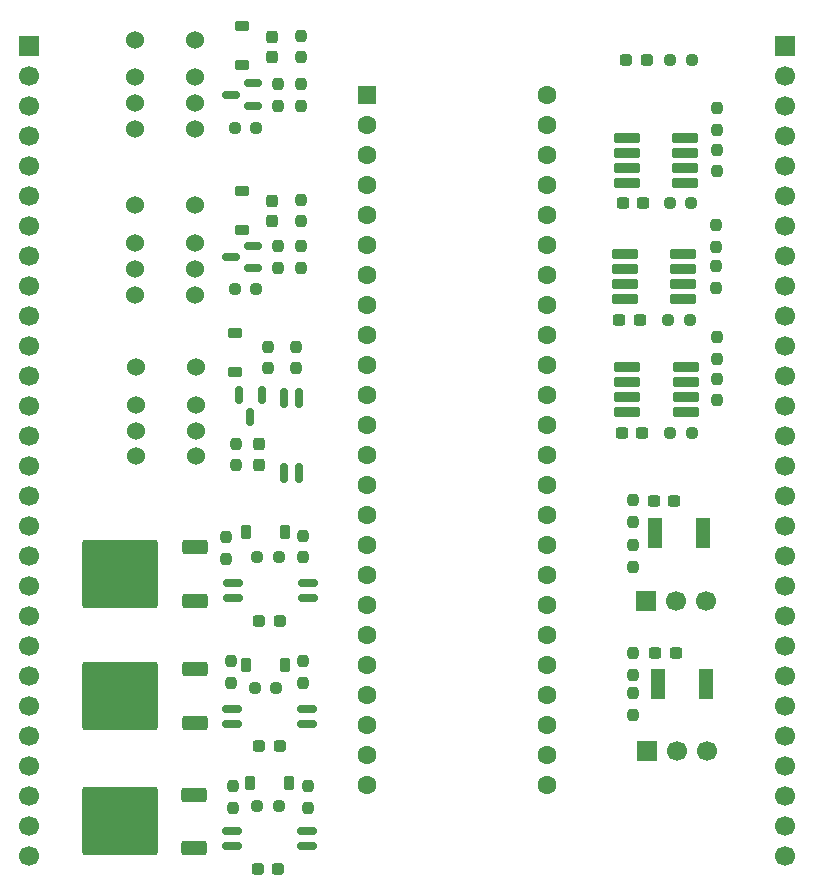
<source format=gbr>
%TF.GenerationSoftware,KiCad,Pcbnew,9.0.2*%
%TF.CreationDate,2025-06-04T20:08:15+07:00*%
%TF.ProjectId,VCU,5643552e-6b69-4636-9164-5f7063625858,rev?*%
%TF.SameCoordinates,Original*%
%TF.FileFunction,Soldermask,Top*%
%TF.FilePolarity,Negative*%
%FSLAX46Y46*%
G04 Gerber Fmt 4.6, Leading zero omitted, Abs format (unit mm)*
G04 Created by KiCad (PCBNEW 9.0.2) date 2025-06-04 20:08:15*
%MOMM*%
%LPD*%
G01*
G04 APERTURE LIST*
G04 Aperture macros list*
%AMRoundRect*
0 Rectangle with rounded corners*
0 $1 Rounding radius*
0 $2 $3 $4 $5 $6 $7 $8 $9 X,Y pos of 4 corners*
0 Add a 4 corners polygon primitive as box body*
4,1,4,$2,$3,$4,$5,$6,$7,$8,$9,$2,$3,0*
0 Add four circle primitives for the rounded corners*
1,1,$1+$1,$2,$3*
1,1,$1+$1,$4,$5*
1,1,$1+$1,$6,$7*
1,1,$1+$1,$8,$9*
0 Add four rect primitives between the rounded corners*
20,1,$1+$1,$2,$3,$4,$5,0*
20,1,$1+$1,$4,$5,$6,$7,0*
20,1,$1+$1,$6,$7,$8,$9,0*
20,1,$1+$1,$8,$9,$2,$3,0*%
G04 Aperture macros list end*
%ADD10C,0.010000*%
%ADD11R,1.600000X1.600000*%
%ADD12C,1.600000*%
%ADD13RoundRect,0.237500X-0.237500X0.250000X-0.237500X-0.250000X0.237500X-0.250000X0.237500X0.250000X0*%
%ADD14R,1.700000X1.700000*%
%ADD15C,1.700000*%
%ADD16RoundRect,0.150000X0.587500X0.150000X-0.587500X0.150000X-0.587500X-0.150000X0.587500X-0.150000X0*%
%ADD17RoundRect,0.250000X0.850000X0.350000X-0.850000X0.350000X-0.850000X-0.350000X0.850000X-0.350000X0*%
%ADD18RoundRect,0.249997X2.950003X2.650003X-2.950003X2.650003X-2.950003X-2.650003X2.950003X-2.650003X0*%
%ADD19RoundRect,0.237500X-0.287500X-0.237500X0.287500X-0.237500X0.287500X0.237500X-0.287500X0.237500X0*%
%ADD20RoundRect,0.150000X0.662500X0.150000X-0.662500X0.150000X-0.662500X-0.150000X0.662500X-0.150000X0*%
%ADD21RoundRect,0.237500X0.300000X0.237500X-0.300000X0.237500X-0.300000X-0.237500X0.300000X-0.237500X0*%
%ADD22RoundRect,0.237500X0.237500X-0.250000X0.237500X0.250000X-0.237500X0.250000X-0.237500X-0.250000X0*%
%ADD23RoundRect,0.225000X-0.375000X0.225000X-0.375000X-0.225000X0.375000X-0.225000X0.375000X0.225000X0*%
%ADD24RoundRect,0.237500X-0.250000X-0.237500X0.250000X-0.237500X0.250000X0.237500X-0.250000X0.237500X0*%
%ADD25RoundRect,0.237500X0.237500X-0.287500X0.237500X0.287500X-0.237500X0.287500X-0.237500X-0.287500X0*%
%ADD26RoundRect,0.100500X-0.986500X-0.301500X0.986500X-0.301500X0.986500X0.301500X-0.986500X0.301500X0*%
%ADD27RoundRect,0.237500X-0.237500X0.287500X-0.237500X-0.287500X0.237500X-0.287500X0.237500X0.287500X0*%
%ADD28RoundRect,0.237500X0.250000X0.237500X-0.250000X0.237500X-0.250000X-0.237500X0.250000X-0.237500X0*%
%ADD29C,1.524000*%
%ADD30RoundRect,0.237500X0.287500X0.237500X-0.287500X0.237500X-0.287500X-0.237500X0.287500X-0.237500X0*%
%ADD31RoundRect,0.150000X-0.150000X0.662500X-0.150000X-0.662500X0.150000X-0.662500X0.150000X0.662500X0*%
%ADD32RoundRect,0.225000X0.225000X0.375000X-0.225000X0.375000X-0.225000X-0.375000X0.225000X-0.375000X0*%
%ADD33RoundRect,0.237500X-0.300000X-0.237500X0.300000X-0.237500X0.300000X0.237500X-0.300000X0.237500X0*%
%ADD34RoundRect,0.150000X-0.150000X0.587500X-0.150000X-0.587500X0.150000X-0.587500X0.150000X0.587500X0*%
G04 APERTURE END LIST*
D10*
%TO.C,U1*%
X133700000Y-131200000D02*
X132597040Y-131200000D01*
X132597040Y-130798640D01*
X133700000Y-130798640D01*
X133700000Y-131200000D01*
G36*
X133700000Y-131200000D02*
G01*
X132597040Y-131200000D01*
X132597040Y-130798640D01*
X133700000Y-130798640D01*
X133700000Y-131200000D01*
G37*
X133700000Y-131700000D02*
X132595920Y-131700000D01*
X132595920Y-131298903D01*
X133700000Y-131298903D01*
X133700000Y-131700000D01*
G36*
X133700000Y-131700000D02*
G01*
X132595920Y-131700000D01*
X132595920Y-131298903D01*
X133700000Y-131298903D01*
X133700000Y-131700000D01*
G37*
X133700000Y-132200000D02*
X132596190Y-132200000D01*
X132596190Y-131799707D01*
X133700000Y-131799707D01*
X133700000Y-132200000D01*
G36*
X133700000Y-132200000D02*
G01*
X132596190Y-132200000D01*
X132596190Y-131799707D01*
X133700000Y-131799707D01*
X133700000Y-132200000D01*
G37*
X133700000Y-132700000D02*
X132596490Y-132700000D01*
X132596490Y-132300405D01*
X133700000Y-132300405D01*
X133700000Y-132700000D01*
G36*
X133700000Y-132700000D02*
G01*
X132596490Y-132700000D01*
X132596490Y-132300405D01*
X133700000Y-132300405D01*
X133700000Y-132700000D01*
G37*
X133700000Y-133200000D02*
X132598400Y-133200000D01*
X132598400Y-132800491D01*
X133700000Y-132800491D01*
X133700000Y-133200000D01*
G36*
X133700000Y-133200000D02*
G01*
X132598400Y-133200000D01*
X132598400Y-132800491D01*
X133700000Y-132800491D01*
X133700000Y-133200000D01*
G37*
X137800000Y-132700000D02*
X136700340Y-132700000D01*
X136700340Y-132300069D01*
X137800000Y-132300069D01*
X137800000Y-132700000D01*
G36*
X137800000Y-132700000D02*
G01*
X136700340Y-132700000D01*
X136700340Y-132300069D01*
X137800000Y-132300069D01*
X137800000Y-132700000D01*
G37*
X137800000Y-131700000D02*
X136700530Y-131700000D01*
X136700530Y-131299752D01*
X137800000Y-131299752D01*
X137800000Y-131700000D01*
G36*
X137800000Y-131700000D02*
G01*
X136700530Y-131700000D01*
X136700530Y-131299752D01*
X137800000Y-131299752D01*
X137800000Y-131700000D01*
G37*
X137800000Y-133200000D02*
X136700660Y-133200000D01*
X136700660Y-132800351D01*
X137800000Y-132800351D01*
X137800000Y-133200000D01*
G36*
X137800000Y-133200000D02*
G01*
X136700660Y-133200000D01*
X136700660Y-132800351D01*
X137800000Y-132800351D01*
X137800000Y-133200000D01*
G37*
X137800000Y-132200000D02*
X136701650Y-132200000D01*
X136701650Y-131799780D01*
X137800000Y-131799780D01*
X137800000Y-132200000D01*
G36*
X137800000Y-132200000D02*
G01*
X136701650Y-132200000D01*
X136701650Y-131799780D01*
X137800000Y-131799780D01*
X137800000Y-132200000D01*
G37*
X137800000Y-131200000D02*
X136702300Y-131200000D01*
X136702300Y-130798160D01*
X137800000Y-130798160D01*
X137800000Y-131200000D01*
G36*
X137800000Y-131200000D02*
G01*
X136702300Y-131200000D01*
X136702300Y-130798160D01*
X137800000Y-130798160D01*
X137800000Y-131200000D01*
G37*
%TO.C,U2*%
X133460000Y-118400000D02*
X132357040Y-118400000D01*
X132357040Y-117998640D01*
X133460000Y-117998640D01*
X133460000Y-118400000D01*
G36*
X133460000Y-118400000D02*
G01*
X132357040Y-118400000D01*
X132357040Y-117998640D01*
X133460000Y-117998640D01*
X133460000Y-118400000D01*
G37*
X133460000Y-118900000D02*
X132355920Y-118900000D01*
X132355920Y-118498903D01*
X133460000Y-118498903D01*
X133460000Y-118900000D01*
G36*
X133460000Y-118900000D02*
G01*
X132355920Y-118900000D01*
X132355920Y-118498903D01*
X133460000Y-118498903D01*
X133460000Y-118900000D01*
G37*
X133460000Y-119400000D02*
X132356190Y-119400000D01*
X132356190Y-118999707D01*
X133460000Y-118999707D01*
X133460000Y-119400000D01*
G36*
X133460000Y-119400000D02*
G01*
X132356190Y-119400000D01*
X132356190Y-118999707D01*
X133460000Y-118999707D01*
X133460000Y-119400000D01*
G37*
X133460000Y-119900000D02*
X132356490Y-119900000D01*
X132356490Y-119500405D01*
X133460000Y-119500405D01*
X133460000Y-119900000D01*
G36*
X133460000Y-119900000D02*
G01*
X132356490Y-119900000D01*
X132356490Y-119500405D01*
X133460000Y-119500405D01*
X133460000Y-119900000D01*
G37*
X133460000Y-120400000D02*
X132358400Y-120400000D01*
X132358400Y-120000491D01*
X133460000Y-120000491D01*
X133460000Y-120400000D01*
G36*
X133460000Y-120400000D02*
G01*
X132358400Y-120400000D01*
X132358400Y-120000491D01*
X133460000Y-120000491D01*
X133460000Y-120400000D01*
G37*
X137560000Y-119900000D02*
X136460340Y-119900000D01*
X136460340Y-119500069D01*
X137560000Y-119500069D01*
X137560000Y-119900000D01*
G36*
X137560000Y-119900000D02*
G01*
X136460340Y-119900000D01*
X136460340Y-119500069D01*
X137560000Y-119500069D01*
X137560000Y-119900000D01*
G37*
X137560000Y-118900000D02*
X136460530Y-118900000D01*
X136460530Y-118499752D01*
X137560000Y-118499752D01*
X137560000Y-118900000D01*
G36*
X137560000Y-118900000D02*
G01*
X136460530Y-118900000D01*
X136460530Y-118499752D01*
X137560000Y-118499752D01*
X137560000Y-118900000D01*
G37*
X137560000Y-120400000D02*
X136460660Y-120400000D01*
X136460660Y-120000351D01*
X137560000Y-120000351D01*
X137560000Y-120400000D01*
G36*
X137560000Y-120400000D02*
G01*
X136460660Y-120400000D01*
X136460660Y-120000351D01*
X137560000Y-120000351D01*
X137560000Y-120400000D01*
G37*
X137560000Y-119400000D02*
X136461650Y-119400000D01*
X136461650Y-118999780D01*
X137560000Y-118999780D01*
X137560000Y-119400000D01*
G36*
X137560000Y-119400000D02*
G01*
X136461650Y-119400000D01*
X136461650Y-118999780D01*
X137560000Y-118999780D01*
X137560000Y-119400000D01*
G37*
X137560000Y-118400000D02*
X136462300Y-118400000D01*
X136462300Y-117998160D01*
X137560000Y-117998160D01*
X137560000Y-118400000D01*
G36*
X137560000Y-118400000D02*
G01*
X136462300Y-118400000D01*
X136462300Y-117998160D01*
X137560000Y-117998160D01*
X137560000Y-118400000D01*
G37*
%TD*%
D11*
%TO.C,Teensy4.1*%
X108580000Y-82190000D03*
D12*
X108580000Y-84730000D03*
X108580000Y-87270000D03*
X108580000Y-89810000D03*
X108580000Y-92350000D03*
X108580000Y-94890000D03*
X108580000Y-97430000D03*
X108580000Y-99970000D03*
X108580000Y-102510000D03*
X108580000Y-105050000D03*
X108580000Y-107590000D03*
X108580000Y-110130000D03*
X108580000Y-112670000D03*
X108580000Y-115210000D03*
X108580000Y-117750000D03*
X108580000Y-120290000D03*
X108580000Y-122830000D03*
X108580000Y-125370000D03*
X108580000Y-127910000D03*
X108580000Y-130450000D03*
X108580000Y-132990000D03*
X108580000Y-135530000D03*
X108580000Y-138070000D03*
X108580000Y-140610000D03*
X123820000Y-140610000D03*
X123820000Y-138070000D03*
X123820000Y-135530000D03*
X123820000Y-132990000D03*
X123820000Y-130450000D03*
X123820000Y-127910000D03*
X123820000Y-125370000D03*
X123820000Y-122830000D03*
X123820000Y-120290000D03*
X123820000Y-117750000D03*
X123820000Y-115210000D03*
X123820000Y-112670000D03*
X123820000Y-110130000D03*
X123820000Y-107590000D03*
X123820000Y-105050000D03*
X123820000Y-102510000D03*
X123820000Y-99970000D03*
X123820000Y-97430000D03*
X123820000Y-94890000D03*
X123820000Y-92350000D03*
X123820000Y-89810000D03*
X123820000Y-87270000D03*
X123820000Y-84730000D03*
X123820000Y-82190000D03*
%TD*%
D13*
%TO.C,R25*%
X96600000Y-119600000D03*
X96600000Y-121425000D03*
%TD*%
D14*
%TO.C,ADS1*%
X132270000Y-137725000D03*
D15*
X134810000Y-137725000D03*
X137350000Y-137725000D03*
%TD*%
D13*
%TO.C,R1*%
X138100000Y-96675000D03*
X138100000Y-98500000D03*
%TD*%
%TO.C,R30*%
X97450000Y-111687500D03*
X97450000Y-113512500D03*
%TD*%
D16*
%TO.C,Q2*%
X98962500Y-96822500D03*
X98962500Y-94922500D03*
X97087500Y-95872500D03*
%TD*%
D17*
%TO.C,Q4*%
X94000000Y-135352500D03*
D18*
X87700000Y-133072500D03*
D17*
X94000000Y-130792500D03*
%TD*%
D19*
%TO.C,D13*%
X130512500Y-79200000D03*
X132262500Y-79200000D03*
%TD*%
D20*
%TO.C,U8*%
X103587500Y-124735000D03*
X103587500Y-123465000D03*
X97212500Y-123465000D03*
X97212500Y-124735000D03*
%TD*%
D21*
%TO.C,C4*%
X134712500Y-129400000D03*
X132987500Y-129400000D03*
%TD*%
D22*
%TO.C,R33*%
X138200000Y-85100000D03*
X138200000Y-83275000D03*
%TD*%
D23*
%TO.C,D3*%
X98025000Y-76350000D03*
X98025000Y-79650000D03*
%TD*%
D13*
%TO.C,R24*%
X97200000Y-140687500D03*
X97200000Y-142512500D03*
%TD*%
%TO.C,R9*%
X131110000Y-120300000D03*
X131110000Y-122125000D03*
%TD*%
D16*
%TO.C,Q1*%
X98962500Y-83072500D03*
X98962500Y-81172500D03*
X97087500Y-82122500D03*
%TD*%
D20*
%TO.C,U7*%
X103487500Y-145735000D03*
X103487500Y-144465000D03*
X97112500Y-144465000D03*
X97112500Y-145735000D03*
%TD*%
D24*
%TO.C,R17*%
X97387500Y-85000000D03*
X99212500Y-85000000D03*
%TD*%
D25*
%TO.C,D1*%
X100525000Y-78972500D03*
X100525000Y-77222500D03*
%TD*%
D13*
%TO.C,R7*%
X131110000Y-132800000D03*
X131110000Y-134625000D03*
%TD*%
%TO.C,R23*%
X97100000Y-130087500D03*
X97100000Y-131912500D03*
%TD*%
D26*
%TO.C,BMS1*%
X130425000Y-95595000D03*
X130425000Y-96865000D03*
X130425000Y-98135000D03*
X130425000Y-99405000D03*
X135365000Y-99405000D03*
X135365000Y-98135000D03*
X135365000Y-96865000D03*
X135365000Y-95595000D03*
%TD*%
D13*
%TO.C,R13*%
X103025000Y-81247500D03*
X103025000Y-83072500D03*
%TD*%
D21*
%TO.C,C1*%
X131662500Y-101200000D03*
X129937500Y-101200000D03*
%TD*%
D13*
%TO.C,R20*%
X103600000Y-140687500D03*
X103600000Y-142512500D03*
%TD*%
D22*
%TO.C,R10*%
X131110000Y-118300000D03*
X131110000Y-116475000D03*
%TD*%
D20*
%TO.C,U6*%
X103487500Y-135435000D03*
X103487500Y-134165000D03*
X97112500Y-134165000D03*
X97112500Y-135435000D03*
%TD*%
D27*
%TO.C,D8*%
X99450000Y-111722500D03*
X99450000Y-113472500D03*
%TD*%
D28*
%TO.C,R27*%
X100912500Y-132400000D03*
X99087500Y-132400000D03*
%TD*%
%TO.C,R31*%
X136100000Y-79200000D03*
X134275000Y-79200000D03*
%TD*%
D22*
%TO.C,R32*%
X138100000Y-95000000D03*
X138100000Y-93175000D03*
%TD*%
D13*
%TO.C,R12*%
X103025000Y-91047500D03*
X103025000Y-92872500D03*
%TD*%
D26*
%TO.C,Display1*%
X130630000Y-105195000D03*
X130630000Y-106465000D03*
X130630000Y-107735000D03*
X130630000Y-109005000D03*
X135570000Y-109005000D03*
X135570000Y-107735000D03*
X135570000Y-106465000D03*
X135570000Y-105195000D03*
%TD*%
D28*
%TO.C,R2*%
X135912500Y-101200000D03*
X134087500Y-101200000D03*
%TD*%
D24*
%TO.C,R18*%
X97387500Y-98600000D03*
X99212500Y-98600000D03*
%TD*%
D28*
%TO.C,R29*%
X101112500Y-121300000D03*
X99287500Y-121300000D03*
%TD*%
D17*
%TO.C,Q6*%
X93925000Y-145952500D03*
D18*
X87625000Y-143672500D03*
D17*
X93925000Y-141392500D03*
%TD*%
%TO.C,Q5*%
X94000000Y-125007500D03*
D18*
X87700000Y-122727500D03*
D17*
X94000000Y-120447500D03*
%TD*%
D29*
%TO.C,K3*%
X89060000Y-105170800D03*
X89060000Y-108370801D03*
X89060000Y-110570802D03*
X89060000Y-112770800D03*
X94140000Y-112770800D03*
X94140000Y-110570802D03*
X94140000Y-108370801D03*
X94140000Y-105170800D03*
%TD*%
D13*
%TO.C,R11*%
X103025000Y-77147500D03*
X103025000Y-78972500D03*
%TD*%
%TO.C,R26*%
X100200000Y-103487500D03*
X100200000Y-105312500D03*
%TD*%
D30*
%TO.C,D7*%
X101075000Y-147700000D03*
X99325000Y-147700000D03*
%TD*%
D23*
%TO.C,D4*%
X98025000Y-90322500D03*
X98025000Y-93622500D03*
%TD*%
D31*
%TO.C,U9*%
X102835000Y-107785000D03*
X101565000Y-107785000D03*
X101565000Y-114160000D03*
X102835000Y-114160000D03*
%TD*%
D28*
%TO.C,R6*%
X136095000Y-110750000D03*
X134270000Y-110750000D03*
%TD*%
D30*
%TO.C,D6*%
X101200000Y-126700000D03*
X99450000Y-126700000D03*
%TD*%
D21*
%TO.C,C5*%
X134610000Y-116500000D03*
X132885000Y-116500000D03*
%TD*%
D28*
%TO.C,R4*%
X136045000Y-91300000D03*
X134220000Y-91300000D03*
%TD*%
D13*
%TO.C,R22*%
X102600000Y-103487500D03*
X102600000Y-105312500D03*
%TD*%
D22*
%TO.C,R8*%
X131110000Y-131250000D03*
X131110000Y-129425000D03*
%TD*%
D13*
%TO.C,R5*%
X138200000Y-106187500D03*
X138200000Y-108012500D03*
%TD*%
D32*
%TO.C,D11*%
X101600000Y-119200000D03*
X98300000Y-119200000D03*
%TD*%
D33*
%TO.C,C2*%
X130220000Y-91300000D03*
X131945000Y-91300000D03*
%TD*%
D29*
%TO.C,K1*%
X88945000Y-77472500D03*
X88945000Y-80672501D03*
X88945000Y-82872502D03*
X88945000Y-85072500D03*
X94025000Y-85072500D03*
X94025000Y-82872502D03*
X94025000Y-80672501D03*
X94025000Y-77472500D03*
%TD*%
D30*
%TO.C,D5*%
X101175000Y-137300000D03*
X99425000Y-137300000D03*
%TD*%
D34*
%TO.C,Q3*%
X99650000Y-107535000D03*
X97750000Y-107535000D03*
X98700000Y-109410000D03*
%TD*%
D22*
%TO.C,R34*%
X138200000Y-104500000D03*
X138200000Y-102675000D03*
%TD*%
D33*
%TO.C,C3*%
X130137500Y-110800000D03*
X131862500Y-110800000D03*
%TD*%
D14*
%TO.C,ADS2*%
X132170000Y-125000000D03*
D15*
X134710000Y-125000000D03*
X137250000Y-125000000D03*
%TD*%
D13*
%TO.C,R15*%
X103025000Y-94960000D03*
X103025000Y-96785000D03*
%TD*%
D32*
%TO.C,D10*%
X101650000Y-130400000D03*
X98350000Y-130400000D03*
%TD*%
D23*
%TO.C,D9*%
X97400000Y-102350000D03*
X97400000Y-105650000D03*
%TD*%
D13*
%TO.C,R19*%
X103200000Y-130087500D03*
X103200000Y-131912500D03*
%TD*%
%TO.C,R21*%
X103200000Y-119475000D03*
X103200000Y-121300000D03*
%TD*%
D32*
%TO.C,D12*%
X102000000Y-140400000D03*
X98700000Y-140400000D03*
%TD*%
D25*
%TO.C,D2*%
X100525000Y-92872500D03*
X100525000Y-91122500D03*
%TD*%
D26*
%TO.C,ECU1*%
X130580000Y-85795000D03*
X130580000Y-87065000D03*
X130580000Y-88335000D03*
X130580000Y-89605000D03*
X135520000Y-89605000D03*
X135520000Y-88335000D03*
X135520000Y-87065000D03*
X135520000Y-85795000D03*
%TD*%
D29*
%TO.C,K2*%
X88945000Y-91472500D03*
X88945000Y-94672501D03*
X88945000Y-96872502D03*
X88945000Y-99072500D03*
X94025000Y-99072500D03*
X94025000Y-96872502D03*
X94025000Y-94672501D03*
X94025000Y-91472500D03*
%TD*%
D22*
%TO.C,R14*%
X101025000Y-83072500D03*
X101025000Y-81247500D03*
%TD*%
%TO.C,R16*%
X101025000Y-96785000D03*
X101025000Y-94960000D03*
%TD*%
D28*
%TO.C,R28*%
X101112500Y-142400000D03*
X99287500Y-142400000D03*
%TD*%
D13*
%TO.C,R3*%
X138200000Y-86787500D03*
X138200000Y-88612500D03*
%TD*%
D14*
%TO.C,J2*%
X144000000Y-78000000D03*
D15*
X144000000Y-80540000D03*
X144000000Y-83080000D03*
X144000000Y-85620000D03*
X144000000Y-88160000D03*
X144000000Y-90700000D03*
X144000000Y-93240000D03*
X144000000Y-95780000D03*
X144000000Y-98320000D03*
X144000000Y-100860000D03*
X144000000Y-103400000D03*
X144000000Y-105940000D03*
X144000000Y-108480000D03*
X144000000Y-111020000D03*
X144000000Y-113560000D03*
X144000000Y-116100000D03*
X144000000Y-118640000D03*
X144000000Y-121180000D03*
X144000000Y-123720000D03*
X144000000Y-126260000D03*
X144000000Y-128800000D03*
X144000000Y-131340000D03*
X144000000Y-133880000D03*
X144000000Y-136420000D03*
X144000000Y-138960000D03*
X144000000Y-141500000D03*
X144000000Y-144040000D03*
X144000000Y-146580000D03*
%TD*%
D14*
%TO.C,J1*%
X80000000Y-78000000D03*
D15*
X80000000Y-80540000D03*
X80000000Y-83080000D03*
X80000000Y-85620000D03*
X80000000Y-88160000D03*
X80000000Y-90700000D03*
X80000000Y-93240000D03*
X80000000Y-95780000D03*
X80000000Y-98320000D03*
X80000000Y-100860000D03*
X80000000Y-103400000D03*
X80000000Y-105940000D03*
X80000000Y-108480000D03*
X80000000Y-111020000D03*
X80000000Y-113560000D03*
X80000000Y-116100000D03*
X80000000Y-118640000D03*
X80000000Y-121180000D03*
X80000000Y-123720000D03*
X80000000Y-126260000D03*
X80000000Y-128800000D03*
X80000000Y-131340000D03*
X80000000Y-133880000D03*
X80000000Y-136420000D03*
X80000000Y-138960000D03*
X80000000Y-141500000D03*
X80000000Y-144040000D03*
X80000000Y-146580000D03*
%TD*%
M02*

</source>
